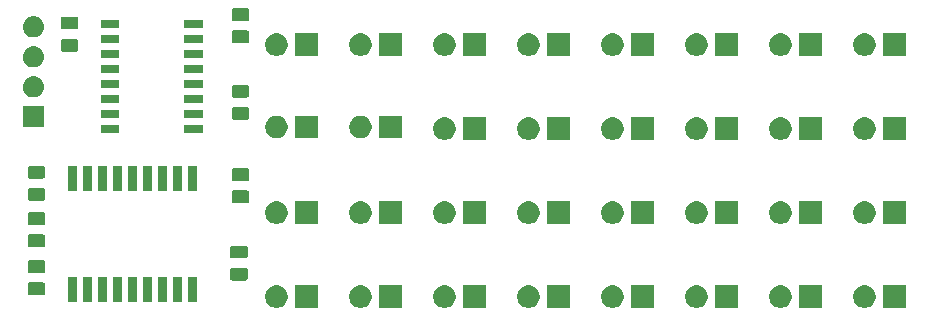
<source format=gbr>
G04 #@! TF.GenerationSoftware,KiCad,Pcbnew,5.0.2+dfsg1-1*
G04 #@! TF.CreationDate,2019-01-13T01:33:18+00:00*
G04 #@! TF.ProjectId,led_matrix_v1,6c65645f-6d61-4747-9269-785f76312e6b,rev?*
G04 #@! TF.SameCoordinates,Original*
G04 #@! TF.FileFunction,Soldermask,Top*
G04 #@! TF.FilePolarity,Negative*
%FSLAX46Y46*%
G04 Gerber Fmt 4.6, Leading zero omitted, Abs format (unit mm)*
G04 Created by KiCad (PCBNEW 5.0.2+dfsg1-1) date Sun 13 Jan 2019 01:33:18 GMT*
%MOMM*%
%LPD*%
G01*
G04 APERTURE LIST*
%ADD10C,0.100000*%
G04 APERTURE END LIST*
D10*
G36*
X157415000Y-109917000D02*
X155513000Y-109917000D01*
X155513000Y-108015000D01*
X157415000Y-108015000D01*
X157415000Y-109917000D01*
X157415000Y-109917000D01*
G37*
G36*
X171639000Y-109917000D02*
X169737000Y-109917000D01*
X169737000Y-108015000D01*
X171639000Y-108015000D01*
X171639000Y-109917000D01*
X171639000Y-109917000D01*
G37*
G36*
X192975000Y-109917000D02*
X191073000Y-109917000D01*
X191073000Y-108015000D01*
X192975000Y-108015000D01*
X192975000Y-109917000D01*
X192975000Y-109917000D01*
G37*
G36*
X182649396Y-108051546D02*
X182822466Y-108123234D01*
X182978230Y-108227312D01*
X183110688Y-108359770D01*
X183214766Y-108515534D01*
X183286454Y-108688604D01*
X183323000Y-108872333D01*
X183323000Y-109059667D01*
X183286454Y-109243396D01*
X183214766Y-109416466D01*
X183110688Y-109572230D01*
X182978230Y-109704688D01*
X182822466Y-109808766D01*
X182649396Y-109880454D01*
X182465667Y-109917000D01*
X182278333Y-109917000D01*
X182094604Y-109880454D01*
X181921534Y-109808766D01*
X181765770Y-109704688D01*
X181633312Y-109572230D01*
X181529234Y-109416466D01*
X181457546Y-109243396D01*
X181421000Y-109059667D01*
X181421000Y-108872333D01*
X181457546Y-108688604D01*
X181529234Y-108515534D01*
X181633312Y-108359770D01*
X181765770Y-108227312D01*
X181921534Y-108123234D01*
X182094604Y-108051546D01*
X182278333Y-108015000D01*
X182465667Y-108015000D01*
X182649396Y-108051546D01*
X182649396Y-108051546D01*
G37*
G36*
X185863000Y-109917000D02*
X183961000Y-109917000D01*
X183961000Y-108015000D01*
X185863000Y-108015000D01*
X185863000Y-109917000D01*
X185863000Y-109917000D01*
G37*
G36*
X178751000Y-109917000D02*
X176849000Y-109917000D01*
X176849000Y-108015000D01*
X178751000Y-108015000D01*
X178751000Y-109917000D01*
X178751000Y-109917000D01*
G37*
G36*
X175537396Y-108051546D02*
X175710466Y-108123234D01*
X175866230Y-108227312D01*
X175998688Y-108359770D01*
X176102766Y-108515534D01*
X176174454Y-108688604D01*
X176211000Y-108872333D01*
X176211000Y-109059667D01*
X176174454Y-109243396D01*
X176102766Y-109416466D01*
X175998688Y-109572230D01*
X175866230Y-109704688D01*
X175710466Y-109808766D01*
X175537396Y-109880454D01*
X175353667Y-109917000D01*
X175166333Y-109917000D01*
X174982604Y-109880454D01*
X174809534Y-109808766D01*
X174653770Y-109704688D01*
X174521312Y-109572230D01*
X174417234Y-109416466D01*
X174345546Y-109243396D01*
X174309000Y-109059667D01*
X174309000Y-108872333D01*
X174345546Y-108688604D01*
X174417234Y-108515534D01*
X174521312Y-108359770D01*
X174653770Y-108227312D01*
X174809534Y-108123234D01*
X174982604Y-108051546D01*
X175166333Y-108015000D01*
X175353667Y-108015000D01*
X175537396Y-108051546D01*
X175537396Y-108051546D01*
G37*
G36*
X168425396Y-108051546D02*
X168598466Y-108123234D01*
X168754230Y-108227312D01*
X168886688Y-108359770D01*
X168990766Y-108515534D01*
X169062454Y-108688604D01*
X169099000Y-108872333D01*
X169099000Y-109059667D01*
X169062454Y-109243396D01*
X168990766Y-109416466D01*
X168886688Y-109572230D01*
X168754230Y-109704688D01*
X168598466Y-109808766D01*
X168425396Y-109880454D01*
X168241667Y-109917000D01*
X168054333Y-109917000D01*
X167870604Y-109880454D01*
X167697534Y-109808766D01*
X167541770Y-109704688D01*
X167409312Y-109572230D01*
X167305234Y-109416466D01*
X167233546Y-109243396D01*
X167197000Y-109059667D01*
X167197000Y-108872333D01*
X167233546Y-108688604D01*
X167305234Y-108515534D01*
X167409312Y-108359770D01*
X167541770Y-108227312D01*
X167697534Y-108123234D01*
X167870604Y-108051546D01*
X168054333Y-108015000D01*
X168241667Y-108015000D01*
X168425396Y-108051546D01*
X168425396Y-108051546D01*
G37*
G36*
X189761396Y-108051546D02*
X189934466Y-108123234D01*
X190090230Y-108227312D01*
X190222688Y-108359770D01*
X190326766Y-108515534D01*
X190398454Y-108688604D01*
X190435000Y-108872333D01*
X190435000Y-109059667D01*
X190398454Y-109243396D01*
X190326766Y-109416466D01*
X190222688Y-109572230D01*
X190090230Y-109704688D01*
X189934466Y-109808766D01*
X189761396Y-109880454D01*
X189577667Y-109917000D01*
X189390333Y-109917000D01*
X189206604Y-109880454D01*
X189033534Y-109808766D01*
X188877770Y-109704688D01*
X188745312Y-109572230D01*
X188641234Y-109416466D01*
X188569546Y-109243396D01*
X188533000Y-109059667D01*
X188533000Y-108872333D01*
X188569546Y-108688604D01*
X188641234Y-108515534D01*
X188745312Y-108359770D01*
X188877770Y-108227312D01*
X189033534Y-108123234D01*
X189206604Y-108051546D01*
X189390333Y-108015000D01*
X189577667Y-108015000D01*
X189761396Y-108051546D01*
X189761396Y-108051546D01*
G37*
G36*
X161313396Y-108051546D02*
X161486466Y-108123234D01*
X161642230Y-108227312D01*
X161774688Y-108359770D01*
X161878766Y-108515534D01*
X161950454Y-108688604D01*
X161987000Y-108872333D01*
X161987000Y-109059667D01*
X161950454Y-109243396D01*
X161878766Y-109416466D01*
X161774688Y-109572230D01*
X161642230Y-109704688D01*
X161486466Y-109808766D01*
X161313396Y-109880454D01*
X161129667Y-109917000D01*
X160942333Y-109917000D01*
X160758604Y-109880454D01*
X160585534Y-109808766D01*
X160429770Y-109704688D01*
X160297312Y-109572230D01*
X160193234Y-109416466D01*
X160121546Y-109243396D01*
X160085000Y-109059667D01*
X160085000Y-108872333D01*
X160121546Y-108688604D01*
X160193234Y-108515534D01*
X160297312Y-108359770D01*
X160429770Y-108227312D01*
X160585534Y-108123234D01*
X160758604Y-108051546D01*
X160942333Y-108015000D01*
X161129667Y-108015000D01*
X161313396Y-108051546D01*
X161313396Y-108051546D01*
G37*
G36*
X139977396Y-108051546D02*
X140150466Y-108123234D01*
X140306230Y-108227312D01*
X140438688Y-108359770D01*
X140542766Y-108515534D01*
X140614454Y-108688604D01*
X140651000Y-108872333D01*
X140651000Y-109059667D01*
X140614454Y-109243396D01*
X140542766Y-109416466D01*
X140438688Y-109572230D01*
X140306230Y-109704688D01*
X140150466Y-109808766D01*
X139977396Y-109880454D01*
X139793667Y-109917000D01*
X139606333Y-109917000D01*
X139422604Y-109880454D01*
X139249534Y-109808766D01*
X139093770Y-109704688D01*
X138961312Y-109572230D01*
X138857234Y-109416466D01*
X138785546Y-109243396D01*
X138749000Y-109059667D01*
X138749000Y-108872333D01*
X138785546Y-108688604D01*
X138857234Y-108515534D01*
X138961312Y-108359770D01*
X139093770Y-108227312D01*
X139249534Y-108123234D01*
X139422604Y-108051546D01*
X139606333Y-108015000D01*
X139793667Y-108015000D01*
X139977396Y-108051546D01*
X139977396Y-108051546D01*
G37*
G36*
X143191000Y-109917000D02*
X141289000Y-109917000D01*
X141289000Y-108015000D01*
X143191000Y-108015000D01*
X143191000Y-109917000D01*
X143191000Y-109917000D01*
G37*
G36*
X150303000Y-109917000D02*
X148401000Y-109917000D01*
X148401000Y-108015000D01*
X150303000Y-108015000D01*
X150303000Y-109917000D01*
X150303000Y-109917000D01*
G37*
G36*
X147089396Y-108051546D02*
X147262466Y-108123234D01*
X147418230Y-108227312D01*
X147550688Y-108359770D01*
X147654766Y-108515534D01*
X147726454Y-108688604D01*
X147763000Y-108872333D01*
X147763000Y-109059667D01*
X147726454Y-109243396D01*
X147654766Y-109416466D01*
X147550688Y-109572230D01*
X147418230Y-109704688D01*
X147262466Y-109808766D01*
X147089396Y-109880454D01*
X146905667Y-109917000D01*
X146718333Y-109917000D01*
X146534604Y-109880454D01*
X146361534Y-109808766D01*
X146205770Y-109704688D01*
X146073312Y-109572230D01*
X145969234Y-109416466D01*
X145897546Y-109243396D01*
X145861000Y-109059667D01*
X145861000Y-108872333D01*
X145897546Y-108688604D01*
X145969234Y-108515534D01*
X146073312Y-108359770D01*
X146205770Y-108227312D01*
X146361534Y-108123234D01*
X146534604Y-108051546D01*
X146718333Y-108015000D01*
X146905667Y-108015000D01*
X147089396Y-108051546D01*
X147089396Y-108051546D01*
G37*
G36*
X154201396Y-108051546D02*
X154374466Y-108123234D01*
X154530230Y-108227312D01*
X154662688Y-108359770D01*
X154766766Y-108515534D01*
X154838454Y-108688604D01*
X154875000Y-108872333D01*
X154875000Y-109059667D01*
X154838454Y-109243396D01*
X154766766Y-109416466D01*
X154662688Y-109572230D01*
X154530230Y-109704688D01*
X154374466Y-109808766D01*
X154201396Y-109880454D01*
X154017667Y-109917000D01*
X153830333Y-109917000D01*
X153646604Y-109880454D01*
X153473534Y-109808766D01*
X153317770Y-109704688D01*
X153185312Y-109572230D01*
X153081234Y-109416466D01*
X153009546Y-109243396D01*
X152973000Y-109059667D01*
X152973000Y-108872333D01*
X153009546Y-108688604D01*
X153081234Y-108515534D01*
X153185312Y-108359770D01*
X153317770Y-108227312D01*
X153473534Y-108123234D01*
X153646604Y-108051546D01*
X153830333Y-108015000D01*
X154017667Y-108015000D01*
X154201396Y-108051546D01*
X154201396Y-108051546D01*
G37*
G36*
X164527000Y-109917000D02*
X162625000Y-109917000D01*
X162625000Y-108015000D01*
X164527000Y-108015000D01*
X164527000Y-109917000D01*
X164527000Y-109917000D01*
G37*
G36*
X131669000Y-109383000D02*
X130967000Y-109383000D01*
X130967000Y-107281000D01*
X131669000Y-107281000D01*
X131669000Y-109383000D01*
X131669000Y-109383000D01*
G37*
G36*
X129129000Y-109383000D02*
X128427000Y-109383000D01*
X128427000Y-107281000D01*
X129129000Y-107281000D01*
X129129000Y-109383000D01*
X129129000Y-109383000D01*
G37*
G36*
X127859000Y-109383000D02*
X127157000Y-109383000D01*
X127157000Y-107281000D01*
X127859000Y-107281000D01*
X127859000Y-109383000D01*
X127859000Y-109383000D01*
G37*
G36*
X126589000Y-109383000D02*
X125887000Y-109383000D01*
X125887000Y-107281000D01*
X126589000Y-107281000D01*
X126589000Y-109383000D01*
X126589000Y-109383000D01*
G37*
G36*
X124049000Y-109383000D02*
X123347000Y-109383000D01*
X123347000Y-107281000D01*
X124049000Y-107281000D01*
X124049000Y-109383000D01*
X124049000Y-109383000D01*
G37*
G36*
X122779000Y-109383000D02*
X122077000Y-109383000D01*
X122077000Y-107281000D01*
X122779000Y-107281000D01*
X122779000Y-109383000D01*
X122779000Y-109383000D01*
G37*
G36*
X130399000Y-109383000D02*
X129697000Y-109383000D01*
X129697000Y-107281000D01*
X130399000Y-107281000D01*
X130399000Y-109383000D01*
X130399000Y-109383000D01*
G37*
G36*
X132939000Y-109383000D02*
X132237000Y-109383000D01*
X132237000Y-107281000D01*
X132939000Y-107281000D01*
X132939000Y-109383000D01*
X132939000Y-109383000D01*
G37*
G36*
X125319000Y-109383000D02*
X124617000Y-109383000D01*
X124617000Y-107281000D01*
X125319000Y-107281000D01*
X125319000Y-109383000D01*
X125319000Y-109383000D01*
G37*
G36*
X119964466Y-107767065D02*
X120003137Y-107778796D01*
X120038779Y-107797848D01*
X120070017Y-107823483D01*
X120095652Y-107854721D01*
X120114704Y-107890363D01*
X120126435Y-107929034D01*
X120131000Y-107975388D01*
X120131000Y-108626612D01*
X120126435Y-108672966D01*
X120114704Y-108711637D01*
X120095652Y-108747279D01*
X120070017Y-108778517D01*
X120038779Y-108804152D01*
X120003137Y-108823204D01*
X119964466Y-108834935D01*
X119918112Y-108839500D01*
X118841888Y-108839500D01*
X118795534Y-108834935D01*
X118756863Y-108823204D01*
X118721221Y-108804152D01*
X118689983Y-108778517D01*
X118664348Y-108747279D01*
X118645296Y-108711637D01*
X118633565Y-108672966D01*
X118629000Y-108626612D01*
X118629000Y-107975388D01*
X118633565Y-107929034D01*
X118645296Y-107890363D01*
X118664348Y-107854721D01*
X118689983Y-107823483D01*
X118721221Y-107797848D01*
X118756863Y-107778796D01*
X118795534Y-107767065D01*
X118841888Y-107762500D01*
X119918112Y-107762500D01*
X119964466Y-107767065D01*
X119964466Y-107767065D01*
G37*
G36*
X137109466Y-106527065D02*
X137148137Y-106538796D01*
X137183779Y-106557848D01*
X137215017Y-106583483D01*
X137240652Y-106614721D01*
X137259704Y-106650363D01*
X137271435Y-106689034D01*
X137276000Y-106735388D01*
X137276000Y-107386612D01*
X137271435Y-107432966D01*
X137259704Y-107471637D01*
X137240652Y-107507279D01*
X137215017Y-107538517D01*
X137183779Y-107564152D01*
X137148137Y-107583204D01*
X137109466Y-107594935D01*
X137063112Y-107599500D01*
X135986888Y-107599500D01*
X135940534Y-107594935D01*
X135901863Y-107583204D01*
X135866221Y-107564152D01*
X135834983Y-107538517D01*
X135809348Y-107507279D01*
X135790296Y-107471637D01*
X135778565Y-107432966D01*
X135774000Y-107386612D01*
X135774000Y-106735388D01*
X135778565Y-106689034D01*
X135790296Y-106650363D01*
X135809348Y-106614721D01*
X135834983Y-106583483D01*
X135866221Y-106557848D01*
X135901863Y-106538796D01*
X135940534Y-106527065D01*
X135986888Y-106522500D01*
X137063112Y-106522500D01*
X137109466Y-106527065D01*
X137109466Y-106527065D01*
G37*
G36*
X119964466Y-105892065D02*
X120003137Y-105903796D01*
X120038779Y-105922848D01*
X120070017Y-105948483D01*
X120095652Y-105979721D01*
X120114704Y-106015363D01*
X120126435Y-106054034D01*
X120131000Y-106100388D01*
X120131000Y-106751612D01*
X120126435Y-106797966D01*
X120114704Y-106836637D01*
X120095652Y-106872279D01*
X120070017Y-106903517D01*
X120038779Y-106929152D01*
X120003137Y-106948204D01*
X119964466Y-106959935D01*
X119918112Y-106964500D01*
X118841888Y-106964500D01*
X118795534Y-106959935D01*
X118756863Y-106948204D01*
X118721221Y-106929152D01*
X118689983Y-106903517D01*
X118664348Y-106872279D01*
X118645296Y-106836637D01*
X118633565Y-106797966D01*
X118629000Y-106751612D01*
X118629000Y-106100388D01*
X118633565Y-106054034D01*
X118645296Y-106015363D01*
X118664348Y-105979721D01*
X118689983Y-105948483D01*
X118721221Y-105922848D01*
X118756863Y-105903796D01*
X118795534Y-105892065D01*
X118841888Y-105887500D01*
X119918112Y-105887500D01*
X119964466Y-105892065D01*
X119964466Y-105892065D01*
G37*
G36*
X137109466Y-104652065D02*
X137148137Y-104663796D01*
X137183779Y-104682848D01*
X137215017Y-104708483D01*
X137240652Y-104739721D01*
X137259704Y-104775363D01*
X137271435Y-104814034D01*
X137276000Y-104860388D01*
X137276000Y-105511612D01*
X137271435Y-105557966D01*
X137259704Y-105596637D01*
X137240652Y-105632279D01*
X137215017Y-105663517D01*
X137183779Y-105689152D01*
X137148137Y-105708204D01*
X137109466Y-105719935D01*
X137063112Y-105724500D01*
X135986888Y-105724500D01*
X135940534Y-105719935D01*
X135901863Y-105708204D01*
X135866221Y-105689152D01*
X135834983Y-105663517D01*
X135809348Y-105632279D01*
X135790296Y-105596637D01*
X135778565Y-105557966D01*
X135774000Y-105511612D01*
X135774000Y-104860388D01*
X135778565Y-104814034D01*
X135790296Y-104775363D01*
X135809348Y-104739721D01*
X135834983Y-104708483D01*
X135866221Y-104682848D01*
X135901863Y-104663796D01*
X135940534Y-104652065D01*
X135986888Y-104647500D01*
X137063112Y-104647500D01*
X137109466Y-104652065D01*
X137109466Y-104652065D01*
G37*
G36*
X119964466Y-103703065D02*
X120003137Y-103714796D01*
X120038779Y-103733848D01*
X120070017Y-103759483D01*
X120095652Y-103790721D01*
X120114704Y-103826363D01*
X120126435Y-103865034D01*
X120131000Y-103911388D01*
X120131000Y-104562612D01*
X120126435Y-104608966D01*
X120114704Y-104647637D01*
X120095652Y-104683279D01*
X120070017Y-104714517D01*
X120038779Y-104740152D01*
X120003137Y-104759204D01*
X119964466Y-104770935D01*
X119918112Y-104775500D01*
X118841888Y-104775500D01*
X118795534Y-104770935D01*
X118756863Y-104759204D01*
X118721221Y-104740152D01*
X118689983Y-104714517D01*
X118664348Y-104683279D01*
X118645296Y-104647637D01*
X118633565Y-104608966D01*
X118629000Y-104562612D01*
X118629000Y-103911388D01*
X118633565Y-103865034D01*
X118645296Y-103826363D01*
X118664348Y-103790721D01*
X118689983Y-103759483D01*
X118721221Y-103733848D01*
X118756863Y-103714796D01*
X118795534Y-103703065D01*
X118841888Y-103698500D01*
X119918112Y-103698500D01*
X119964466Y-103703065D01*
X119964466Y-103703065D01*
G37*
G36*
X119964466Y-101828065D02*
X120003137Y-101839796D01*
X120038779Y-101858848D01*
X120070017Y-101884483D01*
X120095652Y-101915721D01*
X120114704Y-101951363D01*
X120126435Y-101990034D01*
X120131000Y-102036388D01*
X120131000Y-102687612D01*
X120126435Y-102733966D01*
X120114704Y-102772637D01*
X120095652Y-102808279D01*
X120070017Y-102839517D01*
X120038779Y-102865152D01*
X120003137Y-102884204D01*
X119964466Y-102895935D01*
X119918112Y-102900500D01*
X118841888Y-102900500D01*
X118795534Y-102895935D01*
X118756863Y-102884204D01*
X118721221Y-102865152D01*
X118689983Y-102839517D01*
X118664348Y-102808279D01*
X118645296Y-102772637D01*
X118633565Y-102733966D01*
X118629000Y-102687612D01*
X118629000Y-102036388D01*
X118633565Y-101990034D01*
X118645296Y-101951363D01*
X118664348Y-101915721D01*
X118689983Y-101884483D01*
X118721221Y-101858848D01*
X118756863Y-101839796D01*
X118795534Y-101828065D01*
X118841888Y-101823500D01*
X119918112Y-101823500D01*
X119964466Y-101828065D01*
X119964466Y-101828065D01*
G37*
G36*
X192975000Y-102805000D02*
X191073000Y-102805000D01*
X191073000Y-100903000D01*
X192975000Y-100903000D01*
X192975000Y-102805000D01*
X192975000Y-102805000D01*
G37*
G36*
X189761396Y-100939546D02*
X189934466Y-101011234D01*
X190090230Y-101115312D01*
X190222688Y-101247770D01*
X190326766Y-101403534D01*
X190398454Y-101576604D01*
X190435000Y-101760333D01*
X190435000Y-101947667D01*
X190398454Y-102131396D01*
X190326766Y-102304466D01*
X190222688Y-102460230D01*
X190090230Y-102592688D01*
X189934466Y-102696766D01*
X189761396Y-102768454D01*
X189577667Y-102805000D01*
X189390333Y-102805000D01*
X189206604Y-102768454D01*
X189033534Y-102696766D01*
X188877770Y-102592688D01*
X188745312Y-102460230D01*
X188641234Y-102304466D01*
X188569546Y-102131396D01*
X188533000Y-101947667D01*
X188533000Y-101760333D01*
X188569546Y-101576604D01*
X188641234Y-101403534D01*
X188745312Y-101247770D01*
X188877770Y-101115312D01*
X189033534Y-101011234D01*
X189206604Y-100939546D01*
X189390333Y-100903000D01*
X189577667Y-100903000D01*
X189761396Y-100939546D01*
X189761396Y-100939546D01*
G37*
G36*
X185863000Y-102805000D02*
X183961000Y-102805000D01*
X183961000Y-100903000D01*
X185863000Y-100903000D01*
X185863000Y-102805000D01*
X185863000Y-102805000D01*
G37*
G36*
X150303000Y-102805000D02*
X148401000Y-102805000D01*
X148401000Y-100903000D01*
X150303000Y-100903000D01*
X150303000Y-102805000D01*
X150303000Y-102805000D01*
G37*
G36*
X182649396Y-100939546D02*
X182822466Y-101011234D01*
X182978230Y-101115312D01*
X183110688Y-101247770D01*
X183214766Y-101403534D01*
X183286454Y-101576604D01*
X183323000Y-101760333D01*
X183323000Y-101947667D01*
X183286454Y-102131396D01*
X183214766Y-102304466D01*
X183110688Y-102460230D01*
X182978230Y-102592688D01*
X182822466Y-102696766D01*
X182649396Y-102768454D01*
X182465667Y-102805000D01*
X182278333Y-102805000D01*
X182094604Y-102768454D01*
X181921534Y-102696766D01*
X181765770Y-102592688D01*
X181633312Y-102460230D01*
X181529234Y-102304466D01*
X181457546Y-102131396D01*
X181421000Y-101947667D01*
X181421000Y-101760333D01*
X181457546Y-101576604D01*
X181529234Y-101403534D01*
X181633312Y-101247770D01*
X181765770Y-101115312D01*
X181921534Y-101011234D01*
X182094604Y-100939546D01*
X182278333Y-100903000D01*
X182465667Y-100903000D01*
X182649396Y-100939546D01*
X182649396Y-100939546D01*
G37*
G36*
X178751000Y-102805000D02*
X176849000Y-102805000D01*
X176849000Y-100903000D01*
X178751000Y-100903000D01*
X178751000Y-102805000D01*
X178751000Y-102805000D01*
G37*
G36*
X175537396Y-100939546D02*
X175710466Y-101011234D01*
X175866230Y-101115312D01*
X175998688Y-101247770D01*
X176102766Y-101403534D01*
X176174454Y-101576604D01*
X176211000Y-101760333D01*
X176211000Y-101947667D01*
X176174454Y-102131396D01*
X176102766Y-102304466D01*
X175998688Y-102460230D01*
X175866230Y-102592688D01*
X175710466Y-102696766D01*
X175537396Y-102768454D01*
X175353667Y-102805000D01*
X175166333Y-102805000D01*
X174982604Y-102768454D01*
X174809534Y-102696766D01*
X174653770Y-102592688D01*
X174521312Y-102460230D01*
X174417234Y-102304466D01*
X174345546Y-102131396D01*
X174309000Y-101947667D01*
X174309000Y-101760333D01*
X174345546Y-101576604D01*
X174417234Y-101403534D01*
X174521312Y-101247770D01*
X174653770Y-101115312D01*
X174809534Y-101011234D01*
X174982604Y-100939546D01*
X175166333Y-100903000D01*
X175353667Y-100903000D01*
X175537396Y-100939546D01*
X175537396Y-100939546D01*
G37*
G36*
X161313396Y-100939546D02*
X161486466Y-101011234D01*
X161642230Y-101115312D01*
X161774688Y-101247770D01*
X161878766Y-101403534D01*
X161950454Y-101576604D01*
X161987000Y-101760333D01*
X161987000Y-101947667D01*
X161950454Y-102131396D01*
X161878766Y-102304466D01*
X161774688Y-102460230D01*
X161642230Y-102592688D01*
X161486466Y-102696766D01*
X161313396Y-102768454D01*
X161129667Y-102805000D01*
X160942333Y-102805000D01*
X160758604Y-102768454D01*
X160585534Y-102696766D01*
X160429770Y-102592688D01*
X160297312Y-102460230D01*
X160193234Y-102304466D01*
X160121546Y-102131396D01*
X160085000Y-101947667D01*
X160085000Y-101760333D01*
X160121546Y-101576604D01*
X160193234Y-101403534D01*
X160297312Y-101247770D01*
X160429770Y-101115312D01*
X160585534Y-101011234D01*
X160758604Y-100939546D01*
X160942333Y-100903000D01*
X161129667Y-100903000D01*
X161313396Y-100939546D01*
X161313396Y-100939546D01*
G37*
G36*
X168425396Y-100939546D02*
X168598466Y-101011234D01*
X168754230Y-101115312D01*
X168886688Y-101247770D01*
X168990766Y-101403534D01*
X169062454Y-101576604D01*
X169099000Y-101760333D01*
X169099000Y-101947667D01*
X169062454Y-102131396D01*
X168990766Y-102304466D01*
X168886688Y-102460230D01*
X168754230Y-102592688D01*
X168598466Y-102696766D01*
X168425396Y-102768454D01*
X168241667Y-102805000D01*
X168054333Y-102805000D01*
X167870604Y-102768454D01*
X167697534Y-102696766D01*
X167541770Y-102592688D01*
X167409312Y-102460230D01*
X167305234Y-102304466D01*
X167233546Y-102131396D01*
X167197000Y-101947667D01*
X167197000Y-101760333D01*
X167233546Y-101576604D01*
X167305234Y-101403534D01*
X167409312Y-101247770D01*
X167541770Y-101115312D01*
X167697534Y-101011234D01*
X167870604Y-100939546D01*
X168054333Y-100903000D01*
X168241667Y-100903000D01*
X168425396Y-100939546D01*
X168425396Y-100939546D01*
G37*
G36*
X171639000Y-102805000D02*
X169737000Y-102805000D01*
X169737000Y-100903000D01*
X171639000Y-100903000D01*
X171639000Y-102805000D01*
X171639000Y-102805000D01*
G37*
G36*
X154201396Y-100939546D02*
X154374466Y-101011234D01*
X154530230Y-101115312D01*
X154662688Y-101247770D01*
X154766766Y-101403534D01*
X154838454Y-101576604D01*
X154875000Y-101760333D01*
X154875000Y-101947667D01*
X154838454Y-102131396D01*
X154766766Y-102304466D01*
X154662688Y-102460230D01*
X154530230Y-102592688D01*
X154374466Y-102696766D01*
X154201396Y-102768454D01*
X154017667Y-102805000D01*
X153830333Y-102805000D01*
X153646604Y-102768454D01*
X153473534Y-102696766D01*
X153317770Y-102592688D01*
X153185312Y-102460230D01*
X153081234Y-102304466D01*
X153009546Y-102131396D01*
X152973000Y-101947667D01*
X152973000Y-101760333D01*
X153009546Y-101576604D01*
X153081234Y-101403534D01*
X153185312Y-101247770D01*
X153317770Y-101115312D01*
X153473534Y-101011234D01*
X153646604Y-100939546D01*
X153830333Y-100903000D01*
X154017667Y-100903000D01*
X154201396Y-100939546D01*
X154201396Y-100939546D01*
G37*
G36*
X147089396Y-100939546D02*
X147262466Y-101011234D01*
X147418230Y-101115312D01*
X147550688Y-101247770D01*
X147654766Y-101403534D01*
X147726454Y-101576604D01*
X147763000Y-101760333D01*
X147763000Y-101947667D01*
X147726454Y-102131396D01*
X147654766Y-102304466D01*
X147550688Y-102460230D01*
X147418230Y-102592688D01*
X147262466Y-102696766D01*
X147089396Y-102768454D01*
X146905667Y-102805000D01*
X146718333Y-102805000D01*
X146534604Y-102768454D01*
X146361534Y-102696766D01*
X146205770Y-102592688D01*
X146073312Y-102460230D01*
X145969234Y-102304466D01*
X145897546Y-102131396D01*
X145861000Y-101947667D01*
X145861000Y-101760333D01*
X145897546Y-101576604D01*
X145969234Y-101403534D01*
X146073312Y-101247770D01*
X146205770Y-101115312D01*
X146361534Y-101011234D01*
X146534604Y-100939546D01*
X146718333Y-100903000D01*
X146905667Y-100903000D01*
X147089396Y-100939546D01*
X147089396Y-100939546D01*
G37*
G36*
X143191000Y-102805000D02*
X141289000Y-102805000D01*
X141289000Y-100903000D01*
X143191000Y-100903000D01*
X143191000Y-102805000D01*
X143191000Y-102805000D01*
G37*
G36*
X157415000Y-102805000D02*
X155513000Y-102805000D01*
X155513000Y-100903000D01*
X157415000Y-100903000D01*
X157415000Y-102805000D01*
X157415000Y-102805000D01*
G37*
G36*
X139977396Y-100939546D02*
X140150466Y-101011234D01*
X140306230Y-101115312D01*
X140438688Y-101247770D01*
X140542766Y-101403534D01*
X140614454Y-101576604D01*
X140651000Y-101760333D01*
X140651000Y-101947667D01*
X140614454Y-102131396D01*
X140542766Y-102304466D01*
X140438688Y-102460230D01*
X140306230Y-102592688D01*
X140150466Y-102696766D01*
X139977396Y-102768454D01*
X139793667Y-102805000D01*
X139606333Y-102805000D01*
X139422604Y-102768454D01*
X139249534Y-102696766D01*
X139093770Y-102592688D01*
X138961312Y-102460230D01*
X138857234Y-102304466D01*
X138785546Y-102131396D01*
X138749000Y-101947667D01*
X138749000Y-101760333D01*
X138785546Y-101576604D01*
X138857234Y-101403534D01*
X138961312Y-101247770D01*
X139093770Y-101115312D01*
X139249534Y-101011234D01*
X139422604Y-100939546D01*
X139606333Y-100903000D01*
X139793667Y-100903000D01*
X139977396Y-100939546D01*
X139977396Y-100939546D01*
G37*
G36*
X164527000Y-102805000D02*
X162625000Y-102805000D01*
X162625000Y-100903000D01*
X164527000Y-100903000D01*
X164527000Y-102805000D01*
X164527000Y-102805000D01*
G37*
G36*
X137236466Y-99971565D02*
X137275137Y-99983296D01*
X137310779Y-100002348D01*
X137342017Y-100027983D01*
X137367652Y-100059221D01*
X137386704Y-100094863D01*
X137398435Y-100133534D01*
X137403000Y-100179888D01*
X137403000Y-100831112D01*
X137398435Y-100877466D01*
X137386704Y-100916137D01*
X137367652Y-100951779D01*
X137342017Y-100983017D01*
X137310779Y-101008652D01*
X137275137Y-101027704D01*
X137236466Y-101039435D01*
X137190112Y-101044000D01*
X136113888Y-101044000D01*
X136067534Y-101039435D01*
X136028863Y-101027704D01*
X135993221Y-101008652D01*
X135961983Y-100983017D01*
X135936348Y-100951779D01*
X135917296Y-100916137D01*
X135905565Y-100877466D01*
X135901000Y-100831112D01*
X135901000Y-100179888D01*
X135905565Y-100133534D01*
X135917296Y-100094863D01*
X135936348Y-100059221D01*
X135961983Y-100027983D01*
X135993221Y-100002348D01*
X136028863Y-99983296D01*
X136067534Y-99971565D01*
X136113888Y-99967000D01*
X137190112Y-99967000D01*
X137236466Y-99971565D01*
X137236466Y-99971565D01*
G37*
G36*
X119964466Y-99766065D02*
X120003137Y-99777796D01*
X120038779Y-99796848D01*
X120070017Y-99822483D01*
X120095652Y-99853721D01*
X120114704Y-99889363D01*
X120126435Y-99928034D01*
X120131000Y-99974388D01*
X120131000Y-100625612D01*
X120126435Y-100671966D01*
X120114704Y-100710637D01*
X120095652Y-100746279D01*
X120070017Y-100777517D01*
X120038779Y-100803152D01*
X120003137Y-100822204D01*
X119964466Y-100833935D01*
X119918112Y-100838500D01*
X118841888Y-100838500D01*
X118795534Y-100833935D01*
X118756863Y-100822204D01*
X118721221Y-100803152D01*
X118689983Y-100777517D01*
X118664348Y-100746279D01*
X118645296Y-100710637D01*
X118633565Y-100671966D01*
X118629000Y-100625612D01*
X118629000Y-99974388D01*
X118633565Y-99928034D01*
X118645296Y-99889363D01*
X118664348Y-99853721D01*
X118689983Y-99822483D01*
X118721221Y-99796848D01*
X118756863Y-99777796D01*
X118795534Y-99766065D01*
X118841888Y-99761500D01*
X119918112Y-99761500D01*
X119964466Y-99766065D01*
X119964466Y-99766065D01*
G37*
G36*
X124049000Y-99983000D02*
X123347000Y-99983000D01*
X123347000Y-97881000D01*
X124049000Y-97881000D01*
X124049000Y-99983000D01*
X124049000Y-99983000D01*
G37*
G36*
X129129000Y-99983000D02*
X128427000Y-99983000D01*
X128427000Y-97881000D01*
X129129000Y-97881000D01*
X129129000Y-99983000D01*
X129129000Y-99983000D01*
G37*
G36*
X130399000Y-99983000D02*
X129697000Y-99983000D01*
X129697000Y-97881000D01*
X130399000Y-97881000D01*
X130399000Y-99983000D01*
X130399000Y-99983000D01*
G37*
G36*
X131669000Y-99983000D02*
X130967000Y-99983000D01*
X130967000Y-97881000D01*
X131669000Y-97881000D01*
X131669000Y-99983000D01*
X131669000Y-99983000D01*
G37*
G36*
X132939000Y-99983000D02*
X132237000Y-99983000D01*
X132237000Y-97881000D01*
X132939000Y-97881000D01*
X132939000Y-99983000D01*
X132939000Y-99983000D01*
G37*
G36*
X122779000Y-99983000D02*
X122077000Y-99983000D01*
X122077000Y-97881000D01*
X122779000Y-97881000D01*
X122779000Y-99983000D01*
X122779000Y-99983000D01*
G37*
G36*
X127859000Y-99983000D02*
X127157000Y-99983000D01*
X127157000Y-97881000D01*
X127859000Y-97881000D01*
X127859000Y-99983000D01*
X127859000Y-99983000D01*
G37*
G36*
X126589000Y-99983000D02*
X125887000Y-99983000D01*
X125887000Y-97881000D01*
X126589000Y-97881000D01*
X126589000Y-99983000D01*
X126589000Y-99983000D01*
G37*
G36*
X125319000Y-99983000D02*
X124617000Y-99983000D01*
X124617000Y-97881000D01*
X125319000Y-97881000D01*
X125319000Y-99983000D01*
X125319000Y-99983000D01*
G37*
G36*
X137236466Y-98096565D02*
X137275137Y-98108296D01*
X137310779Y-98127348D01*
X137342017Y-98152983D01*
X137367652Y-98184221D01*
X137386704Y-98219863D01*
X137398435Y-98258534D01*
X137403000Y-98304888D01*
X137403000Y-98956112D01*
X137398435Y-99002466D01*
X137386704Y-99041137D01*
X137367652Y-99076779D01*
X137342017Y-99108017D01*
X137310779Y-99133652D01*
X137275137Y-99152704D01*
X137236466Y-99164435D01*
X137190112Y-99169000D01*
X136113888Y-99169000D01*
X136067534Y-99164435D01*
X136028863Y-99152704D01*
X135993221Y-99133652D01*
X135961983Y-99108017D01*
X135936348Y-99076779D01*
X135917296Y-99041137D01*
X135905565Y-99002466D01*
X135901000Y-98956112D01*
X135901000Y-98304888D01*
X135905565Y-98258534D01*
X135917296Y-98219863D01*
X135936348Y-98184221D01*
X135961983Y-98152983D01*
X135993221Y-98127348D01*
X136028863Y-98108296D01*
X136067534Y-98096565D01*
X136113888Y-98092000D01*
X137190112Y-98092000D01*
X137236466Y-98096565D01*
X137236466Y-98096565D01*
G37*
G36*
X119964466Y-97891065D02*
X120003137Y-97902796D01*
X120038779Y-97921848D01*
X120070017Y-97947483D01*
X120095652Y-97978721D01*
X120114704Y-98014363D01*
X120126435Y-98053034D01*
X120131000Y-98099388D01*
X120131000Y-98750612D01*
X120126435Y-98796966D01*
X120114704Y-98835637D01*
X120095652Y-98871279D01*
X120070017Y-98902517D01*
X120038779Y-98928152D01*
X120003137Y-98947204D01*
X119964466Y-98958935D01*
X119918112Y-98963500D01*
X118841888Y-98963500D01*
X118795534Y-98958935D01*
X118756863Y-98947204D01*
X118721221Y-98928152D01*
X118689983Y-98902517D01*
X118664348Y-98871279D01*
X118645296Y-98835637D01*
X118633565Y-98796966D01*
X118629000Y-98750612D01*
X118629000Y-98099388D01*
X118633565Y-98053034D01*
X118645296Y-98014363D01*
X118664348Y-97978721D01*
X118689983Y-97947483D01*
X118721221Y-97921848D01*
X118756863Y-97902796D01*
X118795534Y-97891065D01*
X118841888Y-97886500D01*
X119918112Y-97886500D01*
X119964466Y-97891065D01*
X119964466Y-97891065D01*
G37*
G36*
X164527000Y-95693000D02*
X162625000Y-95693000D01*
X162625000Y-93791000D01*
X164527000Y-93791000D01*
X164527000Y-95693000D01*
X164527000Y-95693000D01*
G37*
G36*
X189761396Y-93827546D02*
X189934466Y-93899234D01*
X190090230Y-94003312D01*
X190222688Y-94135770D01*
X190326766Y-94291534D01*
X190398454Y-94464604D01*
X190435000Y-94648333D01*
X190435000Y-94835667D01*
X190398454Y-95019396D01*
X190326766Y-95192466D01*
X190222688Y-95348230D01*
X190090230Y-95480688D01*
X189934466Y-95584766D01*
X189761396Y-95656454D01*
X189577667Y-95693000D01*
X189390333Y-95693000D01*
X189206604Y-95656454D01*
X189033534Y-95584766D01*
X188877770Y-95480688D01*
X188745312Y-95348230D01*
X188641234Y-95192466D01*
X188569546Y-95019396D01*
X188533000Y-94835667D01*
X188533000Y-94648333D01*
X188569546Y-94464604D01*
X188641234Y-94291534D01*
X188745312Y-94135770D01*
X188877770Y-94003312D01*
X189033534Y-93899234D01*
X189206604Y-93827546D01*
X189390333Y-93791000D01*
X189577667Y-93791000D01*
X189761396Y-93827546D01*
X189761396Y-93827546D01*
G37*
G36*
X182649396Y-93827546D02*
X182822466Y-93899234D01*
X182978230Y-94003312D01*
X183110688Y-94135770D01*
X183214766Y-94291534D01*
X183286454Y-94464604D01*
X183323000Y-94648333D01*
X183323000Y-94835667D01*
X183286454Y-95019396D01*
X183214766Y-95192466D01*
X183110688Y-95348230D01*
X182978230Y-95480688D01*
X182822466Y-95584766D01*
X182649396Y-95656454D01*
X182465667Y-95693000D01*
X182278333Y-95693000D01*
X182094604Y-95656454D01*
X181921534Y-95584766D01*
X181765770Y-95480688D01*
X181633312Y-95348230D01*
X181529234Y-95192466D01*
X181457546Y-95019396D01*
X181421000Y-94835667D01*
X181421000Y-94648333D01*
X181457546Y-94464604D01*
X181529234Y-94291534D01*
X181633312Y-94135770D01*
X181765770Y-94003312D01*
X181921534Y-93899234D01*
X182094604Y-93827546D01*
X182278333Y-93791000D01*
X182465667Y-93791000D01*
X182649396Y-93827546D01*
X182649396Y-93827546D01*
G37*
G36*
X185863000Y-95693000D02*
X183961000Y-95693000D01*
X183961000Y-93791000D01*
X185863000Y-93791000D01*
X185863000Y-95693000D01*
X185863000Y-95693000D01*
G37*
G36*
X192975000Y-95693000D02*
X191073000Y-95693000D01*
X191073000Y-93791000D01*
X192975000Y-93791000D01*
X192975000Y-95693000D01*
X192975000Y-95693000D01*
G37*
G36*
X175537396Y-93827546D02*
X175710466Y-93899234D01*
X175866230Y-94003312D01*
X175998688Y-94135770D01*
X176102766Y-94291534D01*
X176174454Y-94464604D01*
X176211000Y-94648333D01*
X176211000Y-94835667D01*
X176174454Y-95019396D01*
X176102766Y-95192466D01*
X175998688Y-95348230D01*
X175866230Y-95480688D01*
X175710466Y-95584766D01*
X175537396Y-95656454D01*
X175353667Y-95693000D01*
X175166333Y-95693000D01*
X174982604Y-95656454D01*
X174809534Y-95584766D01*
X174653770Y-95480688D01*
X174521312Y-95348230D01*
X174417234Y-95192466D01*
X174345546Y-95019396D01*
X174309000Y-94835667D01*
X174309000Y-94648333D01*
X174345546Y-94464604D01*
X174417234Y-94291534D01*
X174521312Y-94135770D01*
X174653770Y-94003312D01*
X174809534Y-93899234D01*
X174982604Y-93827546D01*
X175166333Y-93791000D01*
X175353667Y-93791000D01*
X175537396Y-93827546D01*
X175537396Y-93827546D01*
G37*
G36*
X178751000Y-95693000D02*
X176849000Y-95693000D01*
X176849000Y-93791000D01*
X178751000Y-93791000D01*
X178751000Y-95693000D01*
X178751000Y-95693000D01*
G37*
G36*
X171639000Y-95693000D02*
X169737000Y-95693000D01*
X169737000Y-93791000D01*
X171639000Y-93791000D01*
X171639000Y-95693000D01*
X171639000Y-95693000D01*
G37*
G36*
X168425396Y-93827546D02*
X168598466Y-93899234D01*
X168754230Y-94003312D01*
X168886688Y-94135770D01*
X168990766Y-94291534D01*
X169062454Y-94464604D01*
X169099000Y-94648333D01*
X169099000Y-94835667D01*
X169062454Y-95019396D01*
X168990766Y-95192466D01*
X168886688Y-95348230D01*
X168754230Y-95480688D01*
X168598466Y-95584766D01*
X168425396Y-95656454D01*
X168241667Y-95693000D01*
X168054333Y-95693000D01*
X167870604Y-95656454D01*
X167697534Y-95584766D01*
X167541770Y-95480688D01*
X167409312Y-95348230D01*
X167305234Y-95192466D01*
X167233546Y-95019396D01*
X167197000Y-94835667D01*
X167197000Y-94648333D01*
X167233546Y-94464604D01*
X167305234Y-94291534D01*
X167409312Y-94135770D01*
X167541770Y-94003312D01*
X167697534Y-93899234D01*
X167870604Y-93827546D01*
X168054333Y-93791000D01*
X168241667Y-93791000D01*
X168425396Y-93827546D01*
X168425396Y-93827546D01*
G37*
G36*
X154201396Y-93827546D02*
X154374466Y-93899234D01*
X154530230Y-94003312D01*
X154662688Y-94135770D01*
X154766766Y-94291534D01*
X154838454Y-94464604D01*
X154875000Y-94648333D01*
X154875000Y-94835667D01*
X154838454Y-95019396D01*
X154766766Y-95192466D01*
X154662688Y-95348230D01*
X154530230Y-95480688D01*
X154374466Y-95584766D01*
X154201396Y-95656454D01*
X154017667Y-95693000D01*
X153830333Y-95693000D01*
X153646604Y-95656454D01*
X153473534Y-95584766D01*
X153317770Y-95480688D01*
X153185312Y-95348230D01*
X153081234Y-95192466D01*
X153009546Y-95019396D01*
X152973000Y-94835667D01*
X152973000Y-94648333D01*
X153009546Y-94464604D01*
X153081234Y-94291534D01*
X153185312Y-94135770D01*
X153317770Y-94003312D01*
X153473534Y-93899234D01*
X153646604Y-93827546D01*
X153830333Y-93791000D01*
X154017667Y-93791000D01*
X154201396Y-93827546D01*
X154201396Y-93827546D01*
G37*
G36*
X161313396Y-93827546D02*
X161486466Y-93899234D01*
X161642230Y-94003312D01*
X161774688Y-94135770D01*
X161878766Y-94291534D01*
X161950454Y-94464604D01*
X161987000Y-94648333D01*
X161987000Y-94835667D01*
X161950454Y-95019396D01*
X161878766Y-95192466D01*
X161774688Y-95348230D01*
X161642230Y-95480688D01*
X161486466Y-95584766D01*
X161313396Y-95656454D01*
X161129667Y-95693000D01*
X160942333Y-95693000D01*
X160758604Y-95656454D01*
X160585534Y-95584766D01*
X160429770Y-95480688D01*
X160297312Y-95348230D01*
X160193234Y-95192466D01*
X160121546Y-95019396D01*
X160085000Y-94835667D01*
X160085000Y-94648333D01*
X160121546Y-94464604D01*
X160193234Y-94291534D01*
X160297312Y-94135770D01*
X160429770Y-94003312D01*
X160585534Y-93899234D01*
X160758604Y-93827546D01*
X160942333Y-93791000D01*
X161129667Y-93791000D01*
X161313396Y-93827546D01*
X161313396Y-93827546D01*
G37*
G36*
X157415000Y-95693000D02*
X155513000Y-95693000D01*
X155513000Y-93791000D01*
X157415000Y-93791000D01*
X157415000Y-95693000D01*
X157415000Y-95693000D01*
G37*
G36*
X150303000Y-95566000D02*
X148401000Y-95566000D01*
X148401000Y-93664000D01*
X150303000Y-93664000D01*
X150303000Y-95566000D01*
X150303000Y-95566000D01*
G37*
G36*
X147089396Y-93700546D02*
X147262466Y-93772234D01*
X147418230Y-93876312D01*
X147550688Y-94008770D01*
X147654766Y-94164534D01*
X147726454Y-94337604D01*
X147763000Y-94521333D01*
X147763000Y-94708667D01*
X147726454Y-94892396D01*
X147654766Y-95065466D01*
X147550688Y-95221230D01*
X147418230Y-95353688D01*
X147262466Y-95457766D01*
X147089396Y-95529454D01*
X146905667Y-95566000D01*
X146718333Y-95566000D01*
X146534604Y-95529454D01*
X146361534Y-95457766D01*
X146205770Y-95353688D01*
X146073312Y-95221230D01*
X145969234Y-95065466D01*
X145897546Y-94892396D01*
X145861000Y-94708667D01*
X145861000Y-94521333D01*
X145897546Y-94337604D01*
X145969234Y-94164534D01*
X146073312Y-94008770D01*
X146205770Y-93876312D01*
X146361534Y-93772234D01*
X146534604Y-93700546D01*
X146718333Y-93664000D01*
X146905667Y-93664000D01*
X147089396Y-93700546D01*
X147089396Y-93700546D01*
G37*
G36*
X143191000Y-95566000D02*
X141289000Y-95566000D01*
X141289000Y-93664000D01*
X143191000Y-93664000D01*
X143191000Y-95566000D01*
X143191000Y-95566000D01*
G37*
G36*
X139977396Y-93700546D02*
X140150466Y-93772234D01*
X140306230Y-93876312D01*
X140438688Y-94008770D01*
X140542766Y-94164534D01*
X140614454Y-94337604D01*
X140651000Y-94521333D01*
X140651000Y-94708667D01*
X140614454Y-94892396D01*
X140542766Y-95065466D01*
X140438688Y-95221230D01*
X140306230Y-95353688D01*
X140150466Y-95457766D01*
X139977396Y-95529454D01*
X139793667Y-95566000D01*
X139606333Y-95566000D01*
X139422604Y-95529454D01*
X139249534Y-95457766D01*
X139093770Y-95353688D01*
X138961312Y-95221230D01*
X138857234Y-95065466D01*
X138785546Y-94892396D01*
X138749000Y-94708667D01*
X138749000Y-94521333D01*
X138785546Y-94337604D01*
X138857234Y-94164534D01*
X138961312Y-94008770D01*
X139093770Y-93876312D01*
X139249534Y-93772234D01*
X139422604Y-93700546D01*
X139606333Y-93664000D01*
X139793667Y-93664000D01*
X139977396Y-93700546D01*
X139977396Y-93700546D01*
G37*
G36*
X126416000Y-95093000D02*
X124814000Y-95093000D01*
X124814000Y-94391000D01*
X126416000Y-94391000D01*
X126416000Y-95093000D01*
X126416000Y-95093000D01*
G37*
G36*
X133516000Y-95093000D02*
X131914000Y-95093000D01*
X131914000Y-94391000D01*
X133516000Y-94391000D01*
X133516000Y-95093000D01*
X133516000Y-95093000D01*
G37*
G36*
X120027000Y-94627000D02*
X118225000Y-94627000D01*
X118225000Y-92825000D01*
X120027000Y-92825000D01*
X120027000Y-94627000D01*
X120027000Y-94627000D01*
G37*
G36*
X137236466Y-92908065D02*
X137275137Y-92919796D01*
X137310779Y-92938848D01*
X137342017Y-92964483D01*
X137367652Y-92995721D01*
X137386704Y-93031363D01*
X137398435Y-93070034D01*
X137403000Y-93116388D01*
X137403000Y-93767612D01*
X137398435Y-93813966D01*
X137386704Y-93852637D01*
X137367652Y-93888279D01*
X137342017Y-93919517D01*
X137310779Y-93945152D01*
X137275137Y-93964204D01*
X137236466Y-93975935D01*
X137190112Y-93980500D01*
X136113888Y-93980500D01*
X136067534Y-93975935D01*
X136028863Y-93964204D01*
X135993221Y-93945152D01*
X135961983Y-93919517D01*
X135936348Y-93888279D01*
X135917296Y-93852637D01*
X135905565Y-93813966D01*
X135901000Y-93767612D01*
X135901000Y-93116388D01*
X135905565Y-93070034D01*
X135917296Y-93031363D01*
X135936348Y-92995721D01*
X135961983Y-92964483D01*
X135993221Y-92938848D01*
X136028863Y-92919796D01*
X136067534Y-92908065D01*
X136113888Y-92903500D01*
X137190112Y-92903500D01*
X137236466Y-92908065D01*
X137236466Y-92908065D01*
G37*
G36*
X126416000Y-93823000D02*
X124814000Y-93823000D01*
X124814000Y-93121000D01*
X126416000Y-93121000D01*
X126416000Y-93823000D01*
X126416000Y-93823000D01*
G37*
G36*
X133516000Y-93823000D02*
X131914000Y-93823000D01*
X131914000Y-93121000D01*
X133516000Y-93121000D01*
X133516000Y-93823000D01*
X133516000Y-93823000D01*
G37*
G36*
X126416000Y-92553000D02*
X124814000Y-92553000D01*
X124814000Y-91851000D01*
X126416000Y-91851000D01*
X126416000Y-92553000D01*
X126416000Y-92553000D01*
G37*
G36*
X133516000Y-92553000D02*
X131914000Y-92553000D01*
X131914000Y-91851000D01*
X133516000Y-91851000D01*
X133516000Y-92553000D01*
X133516000Y-92553000D01*
G37*
G36*
X137236466Y-91033065D02*
X137275137Y-91044796D01*
X137310779Y-91063848D01*
X137342017Y-91089483D01*
X137367652Y-91120721D01*
X137386704Y-91156363D01*
X137398435Y-91195034D01*
X137403000Y-91241388D01*
X137403000Y-91892612D01*
X137398435Y-91938966D01*
X137386704Y-91977637D01*
X137367652Y-92013279D01*
X137342017Y-92044517D01*
X137310779Y-92070152D01*
X137275137Y-92089204D01*
X137236466Y-92100935D01*
X137190112Y-92105500D01*
X136113888Y-92105500D01*
X136067534Y-92100935D01*
X136028863Y-92089204D01*
X135993221Y-92070152D01*
X135961983Y-92044517D01*
X135936348Y-92013279D01*
X135917296Y-91977637D01*
X135905565Y-91938966D01*
X135901000Y-91892612D01*
X135901000Y-91241388D01*
X135905565Y-91195034D01*
X135917296Y-91156363D01*
X135936348Y-91120721D01*
X135961983Y-91089483D01*
X135993221Y-91063848D01*
X136028863Y-91044796D01*
X136067534Y-91033065D01*
X136113888Y-91028500D01*
X137190112Y-91028500D01*
X137236466Y-91033065D01*
X137236466Y-91033065D01*
G37*
G36*
X119236443Y-90291519D02*
X119302627Y-90298037D01*
X119415853Y-90332384D01*
X119472467Y-90349557D01*
X119611087Y-90423652D01*
X119628991Y-90433222D01*
X119664729Y-90462552D01*
X119766186Y-90545814D01*
X119849448Y-90647271D01*
X119878778Y-90683009D01*
X119878779Y-90683011D01*
X119962443Y-90839533D01*
X119962443Y-90839534D01*
X120013963Y-91009373D01*
X120031359Y-91186000D01*
X120013963Y-91362627D01*
X119979616Y-91475853D01*
X119962443Y-91532467D01*
X119888348Y-91671087D01*
X119878778Y-91688991D01*
X119849448Y-91724729D01*
X119766186Y-91826186D01*
X119689916Y-91888778D01*
X119628991Y-91938778D01*
X119628989Y-91938779D01*
X119472467Y-92022443D01*
X119458634Y-92026639D01*
X119302627Y-92073963D01*
X119236443Y-92080481D01*
X119170260Y-92087000D01*
X119081740Y-92087000D01*
X119015557Y-92080481D01*
X118949373Y-92073963D01*
X118793366Y-92026639D01*
X118779533Y-92022443D01*
X118623011Y-91938779D01*
X118623009Y-91938778D01*
X118562084Y-91888778D01*
X118485814Y-91826186D01*
X118402552Y-91724729D01*
X118373222Y-91688991D01*
X118363652Y-91671087D01*
X118289557Y-91532467D01*
X118272384Y-91475853D01*
X118238037Y-91362627D01*
X118220641Y-91186000D01*
X118238037Y-91009373D01*
X118289557Y-90839534D01*
X118289557Y-90839533D01*
X118373221Y-90683011D01*
X118373222Y-90683009D01*
X118402552Y-90647271D01*
X118485814Y-90545814D01*
X118587271Y-90462552D01*
X118623009Y-90433222D01*
X118640913Y-90423652D01*
X118779533Y-90349557D01*
X118836147Y-90332384D01*
X118949373Y-90298037D01*
X119015557Y-90291519D01*
X119081740Y-90285000D01*
X119170260Y-90285000D01*
X119236443Y-90291519D01*
X119236443Y-90291519D01*
G37*
G36*
X126416000Y-91283000D02*
X124814000Y-91283000D01*
X124814000Y-90581000D01*
X126416000Y-90581000D01*
X126416000Y-91283000D01*
X126416000Y-91283000D01*
G37*
G36*
X133516000Y-91283000D02*
X131914000Y-91283000D01*
X131914000Y-90581000D01*
X133516000Y-90581000D01*
X133516000Y-91283000D01*
X133516000Y-91283000D01*
G37*
G36*
X133516000Y-90013000D02*
X131914000Y-90013000D01*
X131914000Y-89311000D01*
X133516000Y-89311000D01*
X133516000Y-90013000D01*
X133516000Y-90013000D01*
G37*
G36*
X126416000Y-90013000D02*
X124814000Y-90013000D01*
X124814000Y-89311000D01*
X126416000Y-89311000D01*
X126416000Y-90013000D01*
X126416000Y-90013000D01*
G37*
G36*
X119236442Y-87751518D02*
X119302627Y-87758037D01*
X119415853Y-87792384D01*
X119472467Y-87809557D01*
X119611087Y-87883652D01*
X119628991Y-87893222D01*
X119646262Y-87907396D01*
X119766186Y-88005814D01*
X119827450Y-88080466D01*
X119878778Y-88143009D01*
X119878779Y-88143011D01*
X119962443Y-88299533D01*
X119962443Y-88299534D01*
X120013963Y-88469373D01*
X120031359Y-88646000D01*
X120013963Y-88822627D01*
X119979616Y-88935853D01*
X119962443Y-88992467D01*
X119888348Y-89131087D01*
X119878778Y-89148991D01*
X119849448Y-89184729D01*
X119766186Y-89286186D01*
X119664729Y-89369448D01*
X119628991Y-89398778D01*
X119628989Y-89398779D01*
X119472467Y-89482443D01*
X119415853Y-89499616D01*
X119302627Y-89533963D01*
X119236442Y-89540482D01*
X119170260Y-89547000D01*
X119081740Y-89547000D01*
X119015558Y-89540482D01*
X118949373Y-89533963D01*
X118836147Y-89499616D01*
X118779533Y-89482443D01*
X118623011Y-89398779D01*
X118623009Y-89398778D01*
X118587271Y-89369448D01*
X118485814Y-89286186D01*
X118402552Y-89184729D01*
X118373222Y-89148991D01*
X118363652Y-89131087D01*
X118289557Y-88992467D01*
X118272384Y-88935853D01*
X118238037Y-88822627D01*
X118220641Y-88646000D01*
X118238037Y-88469373D01*
X118289557Y-88299534D01*
X118289557Y-88299533D01*
X118373221Y-88143011D01*
X118373222Y-88143009D01*
X118424550Y-88080466D01*
X118485814Y-88005814D01*
X118605738Y-87907396D01*
X118623009Y-87893222D01*
X118640913Y-87883652D01*
X118779533Y-87809557D01*
X118836147Y-87792384D01*
X118949373Y-87758037D01*
X119015558Y-87751518D01*
X119081740Y-87745000D01*
X119170260Y-87745000D01*
X119236442Y-87751518D01*
X119236442Y-87751518D01*
G37*
G36*
X126416000Y-88743000D02*
X124814000Y-88743000D01*
X124814000Y-88041000D01*
X126416000Y-88041000D01*
X126416000Y-88743000D01*
X126416000Y-88743000D01*
G37*
G36*
X133516000Y-88743000D02*
X131914000Y-88743000D01*
X131914000Y-88041000D01*
X133516000Y-88041000D01*
X133516000Y-88743000D01*
X133516000Y-88743000D01*
G37*
G36*
X139977396Y-86715546D02*
X140150466Y-86787234D01*
X140306230Y-86891312D01*
X140438688Y-87023770D01*
X140542766Y-87179534D01*
X140614454Y-87352604D01*
X140651000Y-87536333D01*
X140651000Y-87723667D01*
X140614454Y-87907396D01*
X140542766Y-88080466D01*
X140438688Y-88236230D01*
X140306230Y-88368688D01*
X140150466Y-88472766D01*
X139977396Y-88544454D01*
X139793667Y-88581000D01*
X139606333Y-88581000D01*
X139422604Y-88544454D01*
X139249534Y-88472766D01*
X139093770Y-88368688D01*
X138961312Y-88236230D01*
X138857234Y-88080466D01*
X138785546Y-87907396D01*
X138749000Y-87723667D01*
X138749000Y-87536333D01*
X138785546Y-87352604D01*
X138857234Y-87179534D01*
X138961312Y-87023770D01*
X139093770Y-86891312D01*
X139249534Y-86787234D01*
X139422604Y-86715546D01*
X139606333Y-86679000D01*
X139793667Y-86679000D01*
X139977396Y-86715546D01*
X139977396Y-86715546D01*
G37*
G36*
X147089396Y-86715546D02*
X147262466Y-86787234D01*
X147418230Y-86891312D01*
X147550688Y-87023770D01*
X147654766Y-87179534D01*
X147726454Y-87352604D01*
X147763000Y-87536333D01*
X147763000Y-87723667D01*
X147726454Y-87907396D01*
X147654766Y-88080466D01*
X147550688Y-88236230D01*
X147418230Y-88368688D01*
X147262466Y-88472766D01*
X147089396Y-88544454D01*
X146905667Y-88581000D01*
X146718333Y-88581000D01*
X146534604Y-88544454D01*
X146361534Y-88472766D01*
X146205770Y-88368688D01*
X146073312Y-88236230D01*
X145969234Y-88080466D01*
X145897546Y-87907396D01*
X145861000Y-87723667D01*
X145861000Y-87536333D01*
X145897546Y-87352604D01*
X145969234Y-87179534D01*
X146073312Y-87023770D01*
X146205770Y-86891312D01*
X146361534Y-86787234D01*
X146534604Y-86715546D01*
X146718333Y-86679000D01*
X146905667Y-86679000D01*
X147089396Y-86715546D01*
X147089396Y-86715546D01*
G37*
G36*
X154201396Y-86715546D02*
X154374466Y-86787234D01*
X154530230Y-86891312D01*
X154662688Y-87023770D01*
X154766766Y-87179534D01*
X154838454Y-87352604D01*
X154875000Y-87536333D01*
X154875000Y-87723667D01*
X154838454Y-87907396D01*
X154766766Y-88080466D01*
X154662688Y-88236230D01*
X154530230Y-88368688D01*
X154374466Y-88472766D01*
X154201396Y-88544454D01*
X154017667Y-88581000D01*
X153830333Y-88581000D01*
X153646604Y-88544454D01*
X153473534Y-88472766D01*
X153317770Y-88368688D01*
X153185312Y-88236230D01*
X153081234Y-88080466D01*
X153009546Y-87907396D01*
X152973000Y-87723667D01*
X152973000Y-87536333D01*
X153009546Y-87352604D01*
X153081234Y-87179534D01*
X153185312Y-87023770D01*
X153317770Y-86891312D01*
X153473534Y-86787234D01*
X153646604Y-86715546D01*
X153830333Y-86679000D01*
X154017667Y-86679000D01*
X154201396Y-86715546D01*
X154201396Y-86715546D01*
G37*
G36*
X157415000Y-88581000D02*
X155513000Y-88581000D01*
X155513000Y-86679000D01*
X157415000Y-86679000D01*
X157415000Y-88581000D01*
X157415000Y-88581000D01*
G37*
G36*
X161313396Y-86715546D02*
X161486466Y-86787234D01*
X161642230Y-86891312D01*
X161774688Y-87023770D01*
X161878766Y-87179534D01*
X161950454Y-87352604D01*
X161987000Y-87536333D01*
X161987000Y-87723667D01*
X161950454Y-87907396D01*
X161878766Y-88080466D01*
X161774688Y-88236230D01*
X161642230Y-88368688D01*
X161486466Y-88472766D01*
X161313396Y-88544454D01*
X161129667Y-88581000D01*
X160942333Y-88581000D01*
X160758604Y-88544454D01*
X160585534Y-88472766D01*
X160429770Y-88368688D01*
X160297312Y-88236230D01*
X160193234Y-88080466D01*
X160121546Y-87907396D01*
X160085000Y-87723667D01*
X160085000Y-87536333D01*
X160121546Y-87352604D01*
X160193234Y-87179534D01*
X160297312Y-87023770D01*
X160429770Y-86891312D01*
X160585534Y-86787234D01*
X160758604Y-86715546D01*
X160942333Y-86679000D01*
X161129667Y-86679000D01*
X161313396Y-86715546D01*
X161313396Y-86715546D01*
G37*
G36*
X143191000Y-88581000D02*
X141289000Y-88581000D01*
X141289000Y-86679000D01*
X143191000Y-86679000D01*
X143191000Y-88581000D01*
X143191000Y-88581000D01*
G37*
G36*
X164527000Y-88581000D02*
X162625000Y-88581000D01*
X162625000Y-86679000D01*
X164527000Y-86679000D01*
X164527000Y-88581000D01*
X164527000Y-88581000D01*
G37*
G36*
X150303000Y-88581000D02*
X148401000Y-88581000D01*
X148401000Y-86679000D01*
X150303000Y-86679000D01*
X150303000Y-88581000D01*
X150303000Y-88581000D01*
G37*
G36*
X175537396Y-86715546D02*
X175710466Y-86787234D01*
X175866230Y-86891312D01*
X175998688Y-87023770D01*
X176102766Y-87179534D01*
X176174454Y-87352604D01*
X176211000Y-87536333D01*
X176211000Y-87723667D01*
X176174454Y-87907396D01*
X176102766Y-88080466D01*
X175998688Y-88236230D01*
X175866230Y-88368688D01*
X175710466Y-88472766D01*
X175537396Y-88544454D01*
X175353667Y-88581000D01*
X175166333Y-88581000D01*
X174982604Y-88544454D01*
X174809534Y-88472766D01*
X174653770Y-88368688D01*
X174521312Y-88236230D01*
X174417234Y-88080466D01*
X174345546Y-87907396D01*
X174309000Y-87723667D01*
X174309000Y-87536333D01*
X174345546Y-87352604D01*
X174417234Y-87179534D01*
X174521312Y-87023770D01*
X174653770Y-86891312D01*
X174809534Y-86787234D01*
X174982604Y-86715546D01*
X175166333Y-86679000D01*
X175353667Y-86679000D01*
X175537396Y-86715546D01*
X175537396Y-86715546D01*
G37*
G36*
X178751000Y-88581000D02*
X176849000Y-88581000D01*
X176849000Y-86679000D01*
X178751000Y-86679000D01*
X178751000Y-88581000D01*
X178751000Y-88581000D01*
G37*
G36*
X182649396Y-86715546D02*
X182822466Y-86787234D01*
X182978230Y-86891312D01*
X183110688Y-87023770D01*
X183214766Y-87179534D01*
X183286454Y-87352604D01*
X183323000Y-87536333D01*
X183323000Y-87723667D01*
X183286454Y-87907396D01*
X183214766Y-88080466D01*
X183110688Y-88236230D01*
X182978230Y-88368688D01*
X182822466Y-88472766D01*
X182649396Y-88544454D01*
X182465667Y-88581000D01*
X182278333Y-88581000D01*
X182094604Y-88544454D01*
X181921534Y-88472766D01*
X181765770Y-88368688D01*
X181633312Y-88236230D01*
X181529234Y-88080466D01*
X181457546Y-87907396D01*
X181421000Y-87723667D01*
X181421000Y-87536333D01*
X181457546Y-87352604D01*
X181529234Y-87179534D01*
X181633312Y-87023770D01*
X181765770Y-86891312D01*
X181921534Y-86787234D01*
X182094604Y-86715546D01*
X182278333Y-86679000D01*
X182465667Y-86679000D01*
X182649396Y-86715546D01*
X182649396Y-86715546D01*
G37*
G36*
X189761396Y-86715546D02*
X189934466Y-86787234D01*
X190090230Y-86891312D01*
X190222688Y-87023770D01*
X190326766Y-87179534D01*
X190398454Y-87352604D01*
X190435000Y-87536333D01*
X190435000Y-87723667D01*
X190398454Y-87907396D01*
X190326766Y-88080466D01*
X190222688Y-88236230D01*
X190090230Y-88368688D01*
X189934466Y-88472766D01*
X189761396Y-88544454D01*
X189577667Y-88581000D01*
X189390333Y-88581000D01*
X189206604Y-88544454D01*
X189033534Y-88472766D01*
X188877770Y-88368688D01*
X188745312Y-88236230D01*
X188641234Y-88080466D01*
X188569546Y-87907396D01*
X188533000Y-87723667D01*
X188533000Y-87536333D01*
X188569546Y-87352604D01*
X188641234Y-87179534D01*
X188745312Y-87023770D01*
X188877770Y-86891312D01*
X189033534Y-86787234D01*
X189206604Y-86715546D01*
X189390333Y-86679000D01*
X189577667Y-86679000D01*
X189761396Y-86715546D01*
X189761396Y-86715546D01*
G37*
G36*
X192975000Y-88581000D02*
X191073000Y-88581000D01*
X191073000Y-86679000D01*
X192975000Y-86679000D01*
X192975000Y-88581000D01*
X192975000Y-88581000D01*
G37*
G36*
X185863000Y-88581000D02*
X183961000Y-88581000D01*
X183961000Y-86679000D01*
X185863000Y-86679000D01*
X185863000Y-88581000D01*
X185863000Y-88581000D01*
G37*
G36*
X168425396Y-86715546D02*
X168598466Y-86787234D01*
X168754230Y-86891312D01*
X168886688Y-87023770D01*
X168990766Y-87179534D01*
X169062454Y-87352604D01*
X169099000Y-87536333D01*
X169099000Y-87723667D01*
X169062454Y-87907396D01*
X168990766Y-88080466D01*
X168886688Y-88236230D01*
X168754230Y-88368688D01*
X168598466Y-88472766D01*
X168425396Y-88544454D01*
X168241667Y-88581000D01*
X168054333Y-88581000D01*
X167870604Y-88544454D01*
X167697534Y-88472766D01*
X167541770Y-88368688D01*
X167409312Y-88236230D01*
X167305234Y-88080466D01*
X167233546Y-87907396D01*
X167197000Y-87723667D01*
X167197000Y-87536333D01*
X167233546Y-87352604D01*
X167305234Y-87179534D01*
X167409312Y-87023770D01*
X167541770Y-86891312D01*
X167697534Y-86787234D01*
X167870604Y-86715546D01*
X168054333Y-86679000D01*
X168241667Y-86679000D01*
X168425396Y-86715546D01*
X168425396Y-86715546D01*
G37*
G36*
X171639000Y-88581000D02*
X169737000Y-88581000D01*
X169737000Y-86679000D01*
X171639000Y-86679000D01*
X171639000Y-88581000D01*
X171639000Y-88581000D01*
G37*
G36*
X122758466Y-87144565D02*
X122797137Y-87156296D01*
X122832779Y-87175348D01*
X122864017Y-87200983D01*
X122889652Y-87232221D01*
X122908704Y-87267863D01*
X122920435Y-87306534D01*
X122925000Y-87352888D01*
X122925000Y-88004112D01*
X122920435Y-88050466D01*
X122908704Y-88089137D01*
X122889652Y-88124779D01*
X122864017Y-88156017D01*
X122832779Y-88181652D01*
X122797137Y-88200704D01*
X122758466Y-88212435D01*
X122712112Y-88217000D01*
X121635888Y-88217000D01*
X121589534Y-88212435D01*
X121550863Y-88200704D01*
X121515221Y-88181652D01*
X121483983Y-88156017D01*
X121458348Y-88124779D01*
X121439296Y-88089137D01*
X121427565Y-88050466D01*
X121423000Y-88004112D01*
X121423000Y-87352888D01*
X121427565Y-87306534D01*
X121439296Y-87267863D01*
X121458348Y-87232221D01*
X121483983Y-87200983D01*
X121515221Y-87175348D01*
X121550863Y-87156296D01*
X121589534Y-87144565D01*
X121635888Y-87140000D01*
X122712112Y-87140000D01*
X122758466Y-87144565D01*
X122758466Y-87144565D01*
G37*
G36*
X137236466Y-86431065D02*
X137275137Y-86442796D01*
X137310779Y-86461848D01*
X137342017Y-86487483D01*
X137367652Y-86518721D01*
X137386704Y-86554363D01*
X137398435Y-86593034D01*
X137403000Y-86639388D01*
X137403000Y-87290612D01*
X137398435Y-87336966D01*
X137386704Y-87375637D01*
X137367652Y-87411279D01*
X137342017Y-87442517D01*
X137310779Y-87468152D01*
X137275137Y-87487204D01*
X137236466Y-87498935D01*
X137190112Y-87503500D01*
X136113888Y-87503500D01*
X136067534Y-87498935D01*
X136028863Y-87487204D01*
X135993221Y-87468152D01*
X135961983Y-87442517D01*
X135936348Y-87411279D01*
X135917296Y-87375637D01*
X135905565Y-87336966D01*
X135901000Y-87290612D01*
X135901000Y-86639388D01*
X135905565Y-86593034D01*
X135917296Y-86554363D01*
X135936348Y-86518721D01*
X135961983Y-86487483D01*
X135993221Y-86461848D01*
X136028863Y-86442796D01*
X136067534Y-86431065D01*
X136113888Y-86426500D01*
X137190112Y-86426500D01*
X137236466Y-86431065D01*
X137236466Y-86431065D01*
G37*
G36*
X126416000Y-87473000D02*
X124814000Y-87473000D01*
X124814000Y-86771000D01*
X126416000Y-86771000D01*
X126416000Y-87473000D01*
X126416000Y-87473000D01*
G37*
G36*
X133516000Y-87473000D02*
X131914000Y-87473000D01*
X131914000Y-86771000D01*
X133516000Y-86771000D01*
X133516000Y-87473000D01*
X133516000Y-87473000D01*
G37*
G36*
X119236443Y-85211519D02*
X119302627Y-85218037D01*
X119415853Y-85252384D01*
X119472467Y-85269557D01*
X119578031Y-85325983D01*
X119628991Y-85353222D01*
X119664729Y-85382552D01*
X119766186Y-85465814D01*
X119822349Y-85534250D01*
X119878778Y-85603009D01*
X119878779Y-85603011D01*
X119962443Y-85759533D01*
X119962443Y-85759534D01*
X120013963Y-85929373D01*
X120031359Y-86106000D01*
X120013963Y-86282627D01*
X119997522Y-86336826D01*
X119962443Y-86452467D01*
X119888348Y-86591087D01*
X119878778Y-86608991D01*
X119853832Y-86639388D01*
X119766186Y-86746186D01*
X119664729Y-86829448D01*
X119628991Y-86858778D01*
X119628989Y-86858779D01*
X119472467Y-86942443D01*
X119415853Y-86959616D01*
X119302627Y-86993963D01*
X119236442Y-87000482D01*
X119170260Y-87007000D01*
X119081740Y-87007000D01*
X119015558Y-87000482D01*
X118949373Y-86993963D01*
X118836147Y-86959616D01*
X118779533Y-86942443D01*
X118623011Y-86858779D01*
X118623009Y-86858778D01*
X118587271Y-86829448D01*
X118485814Y-86746186D01*
X118398168Y-86639388D01*
X118373222Y-86608991D01*
X118363652Y-86591087D01*
X118289557Y-86452467D01*
X118254478Y-86336826D01*
X118238037Y-86282627D01*
X118220641Y-86106000D01*
X118238037Y-85929373D01*
X118289557Y-85759534D01*
X118289557Y-85759533D01*
X118373221Y-85603011D01*
X118373222Y-85603009D01*
X118429651Y-85534250D01*
X118485814Y-85465814D01*
X118587271Y-85382552D01*
X118623009Y-85353222D01*
X118673969Y-85325983D01*
X118779533Y-85269557D01*
X118836147Y-85252384D01*
X118949373Y-85218037D01*
X119015557Y-85211519D01*
X119081740Y-85205000D01*
X119170260Y-85205000D01*
X119236443Y-85211519D01*
X119236443Y-85211519D01*
G37*
G36*
X122758466Y-85269565D02*
X122797137Y-85281296D01*
X122832779Y-85300348D01*
X122864017Y-85325983D01*
X122889652Y-85357221D01*
X122908704Y-85392863D01*
X122920435Y-85431534D01*
X122925000Y-85477888D01*
X122925000Y-86129112D01*
X122920435Y-86175466D01*
X122908704Y-86214137D01*
X122889652Y-86249779D01*
X122864017Y-86281017D01*
X122832779Y-86306652D01*
X122797137Y-86325704D01*
X122758466Y-86337435D01*
X122712112Y-86342000D01*
X121635888Y-86342000D01*
X121589534Y-86337435D01*
X121550863Y-86325704D01*
X121515221Y-86306652D01*
X121483983Y-86281017D01*
X121458348Y-86249779D01*
X121439296Y-86214137D01*
X121427565Y-86175466D01*
X121423000Y-86129112D01*
X121423000Y-85477888D01*
X121427565Y-85431534D01*
X121439296Y-85392863D01*
X121458348Y-85357221D01*
X121483983Y-85325983D01*
X121515221Y-85300348D01*
X121550863Y-85281296D01*
X121589534Y-85269565D01*
X121635888Y-85265000D01*
X122712112Y-85265000D01*
X122758466Y-85269565D01*
X122758466Y-85269565D01*
G37*
G36*
X126416000Y-86203000D02*
X124814000Y-86203000D01*
X124814000Y-85501000D01*
X126416000Y-85501000D01*
X126416000Y-86203000D01*
X126416000Y-86203000D01*
G37*
G36*
X133516000Y-86203000D02*
X131914000Y-86203000D01*
X131914000Y-85501000D01*
X133516000Y-85501000D01*
X133516000Y-86203000D01*
X133516000Y-86203000D01*
G37*
G36*
X137236466Y-84556065D02*
X137275137Y-84567796D01*
X137310779Y-84586848D01*
X137342017Y-84612483D01*
X137367652Y-84643721D01*
X137386704Y-84679363D01*
X137398435Y-84718034D01*
X137403000Y-84764388D01*
X137403000Y-85415612D01*
X137398435Y-85461966D01*
X137386704Y-85500637D01*
X137367652Y-85536279D01*
X137342017Y-85567517D01*
X137310779Y-85593152D01*
X137275137Y-85612204D01*
X137236466Y-85623935D01*
X137190112Y-85628500D01*
X136113888Y-85628500D01*
X136067534Y-85623935D01*
X136028863Y-85612204D01*
X135993221Y-85593152D01*
X135961983Y-85567517D01*
X135936348Y-85536279D01*
X135917296Y-85500637D01*
X135905565Y-85461966D01*
X135901000Y-85415612D01*
X135901000Y-84764388D01*
X135905565Y-84718034D01*
X135917296Y-84679363D01*
X135936348Y-84643721D01*
X135961983Y-84612483D01*
X135993221Y-84586848D01*
X136028863Y-84567796D01*
X136067534Y-84556065D01*
X136113888Y-84551500D01*
X137190112Y-84551500D01*
X137236466Y-84556065D01*
X137236466Y-84556065D01*
G37*
M02*

</source>
